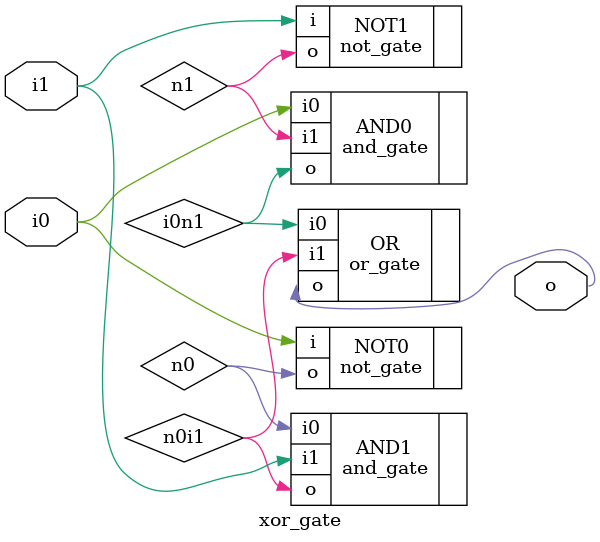
<source format=v>
`timescale 1ns / 1ps


module xor_gate (i0, i1, o);
    input   wire    i0, i1;
    output  wire    o;
            wire    n0, n1;
            wire    i0n1, n0i1;
    
    not_gate NOT0 (.i(i0), .o(n0));
    not_gate NOT1 (.i(i1), .o(n1));
    
    and_gate AND0 (.i0(i0), .i1(n1), .o(i0n1));
    and_gate AND1 (.i0(n0), .i1(i1), .o(n0i1));
    
    or_gate OR (.i0(i0n1), .i1(n0i1), .o(o));
endmodule

</source>
